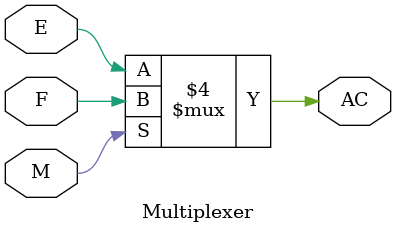
<source format=v>



// Generated by Quartus Prime Version 20.1 (Build Build 711 06/05/2020)
// Created on Tue Sep 22 13:21:47 2020

//  Module Declaration
module Multiplexer
(
// {{ALTERA_ARGS_BEGIN}} DO NOT REMOVE THIS LINE!
E, F, M, AC
// {{ALTERA_ARGS_END}} DO NOT REMOVE THIS LINE!
);
// Port Declaration

// {{ALTERA_IO_BEGIN}} DO NOT REMOVE THIS LINE!
input E;
input F;
input M;
output AC;
// {{ALTERA_IO_END}} DO NOT REMOVE THIS LINE!

	reg AC;

	always @(E or M or F)
	
	if(M == 0)
		AC = E;
		
	else
		AC = F;

endmodule

</source>
